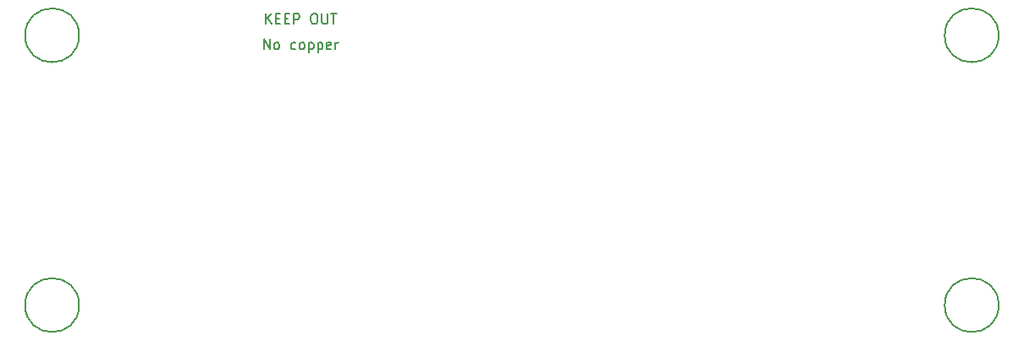
<source format=gbr>
%TF.GenerationSoftware,KiCad,Pcbnew,6.0.7-f9a2dced07~116~ubuntu22.04.1*%
%TF.CreationDate,2022-09-18T17:51:17+02:00*%
%TF.ProjectId,SmartHarz-Thermometer,536d6172-7448-4617-927a-2d546865726d,1b1*%
%TF.SameCoordinates,Original*%
%TF.FileFunction,Other,Comment*%
%FSLAX46Y46*%
G04 Gerber Fmt 4.6, Leading zero omitted, Abs format (unit mm)*
G04 Created by KiCad (PCBNEW 6.0.7-f9a2dced07~116~ubuntu22.04.1) date 2022-09-18 17:51:17*
%MOMM*%
%LPD*%
G01*
G04 APERTURE LIST*
%ADD10C,0.150000*%
G04 APERTURE END LIST*
D10*
%TO.C,U1*%
X25371809Y32047620D02*
X25371809Y33047620D01*
X25943238Y32047620D02*
X25514666Y32619048D01*
X25943238Y33047620D02*
X25371809Y32476191D01*
X26371809Y32571429D02*
X26705142Y32571429D01*
X26848000Y32047620D02*
X26371809Y32047620D01*
X26371809Y33047620D01*
X26848000Y33047620D01*
X27276571Y32571429D02*
X27609904Y32571429D01*
X27752761Y32047620D02*
X27276571Y32047620D01*
X27276571Y33047620D01*
X27752761Y33047620D01*
X28181333Y32047620D02*
X28181333Y33047620D01*
X28562285Y33047620D01*
X28657523Y33000000D01*
X28705142Y32952381D01*
X28752761Y32857143D01*
X28752761Y32714286D01*
X28705142Y32619048D01*
X28657523Y32571429D01*
X28562285Y32523810D01*
X28181333Y32523810D01*
X30133714Y33047620D02*
X30324190Y33047620D01*
X30419428Y33000000D01*
X30514666Y32904762D01*
X30562285Y32714286D01*
X30562285Y32380953D01*
X30514666Y32190477D01*
X30419428Y32095239D01*
X30324190Y32047620D01*
X30133714Y32047620D01*
X30038476Y32095239D01*
X29943238Y32190477D01*
X29895619Y32380953D01*
X29895619Y32714286D01*
X29943238Y32904762D01*
X30038476Y33000000D01*
X30133714Y33047620D01*
X30990857Y33047620D02*
X30990857Y32238096D01*
X31038476Y32142858D01*
X31086095Y32095239D01*
X31181333Y32047620D01*
X31371809Y32047620D01*
X31467047Y32095239D01*
X31514666Y32142858D01*
X31562285Y32238096D01*
X31562285Y33047620D01*
X31895619Y33047620D02*
X32467047Y33047620D01*
X32181333Y32047620D02*
X32181333Y33047620D01*
X25205142Y29507620D02*
X25205142Y30507620D01*
X25776571Y29507620D01*
X25776571Y30507620D01*
X26395619Y29507620D02*
X26300380Y29555239D01*
X26252761Y29602858D01*
X26205142Y29698096D01*
X26205142Y29983810D01*
X26252761Y30079048D01*
X26300380Y30126667D01*
X26395619Y30174286D01*
X26538476Y30174286D01*
X26633714Y30126667D01*
X26681333Y30079048D01*
X26728952Y29983810D01*
X26728952Y29698096D01*
X26681333Y29602858D01*
X26633714Y29555239D01*
X26538476Y29507620D01*
X26395619Y29507620D01*
X28347999Y29555239D02*
X28252761Y29507620D01*
X28062285Y29507620D01*
X27967047Y29555239D01*
X27919428Y29602858D01*
X27871809Y29698096D01*
X27871809Y29983810D01*
X27919428Y30079048D01*
X27967047Y30126667D01*
X28062285Y30174286D01*
X28252761Y30174286D01*
X28347999Y30126667D01*
X28919428Y29507620D02*
X28824190Y29555239D01*
X28776571Y29602858D01*
X28728952Y29698096D01*
X28728952Y29983810D01*
X28776571Y30079048D01*
X28824190Y30126667D01*
X28919428Y30174286D01*
X29062285Y30174286D01*
X29157523Y30126667D01*
X29205142Y30079048D01*
X29252761Y29983810D01*
X29252761Y29698096D01*
X29205142Y29602858D01*
X29157523Y29555239D01*
X29062285Y29507620D01*
X28919428Y29507620D01*
X29681333Y30174286D02*
X29681333Y29174286D01*
X29681333Y30126667D02*
X29776571Y30174286D01*
X29967047Y30174286D01*
X30062285Y30126667D01*
X30109904Y30079048D01*
X30157523Y29983810D01*
X30157523Y29698096D01*
X30109904Y29602858D01*
X30062285Y29555239D01*
X29967047Y29507620D01*
X29776571Y29507620D01*
X29681333Y29555239D01*
X30586095Y30174286D02*
X30586095Y29174286D01*
X30586095Y30126667D02*
X30681333Y30174286D01*
X30871809Y30174286D01*
X30967047Y30126667D01*
X31014666Y30079048D01*
X31062285Y29983810D01*
X31062285Y29698096D01*
X31014666Y29602858D01*
X30967047Y29555239D01*
X30871809Y29507620D01*
X30681333Y29507620D01*
X30586095Y29555239D01*
X31871809Y29555239D02*
X31776571Y29507620D01*
X31586095Y29507620D01*
X31490857Y29555239D01*
X31443238Y29650477D01*
X31443238Y30031429D01*
X31490857Y30126667D01*
X31586095Y30174286D01*
X31776571Y30174286D01*
X31871809Y30126667D01*
X31919428Y30031429D01*
X31919428Y29936191D01*
X31443238Y29840953D01*
X32348000Y29507620D02*
X32348000Y30174286D01*
X32348000Y29983810D02*
X32395619Y30079048D01*
X32443238Y30126667D01*
X32538476Y30174286D01*
X32633714Y30174286D01*
%TO.C,H3*%
X98700000Y30900000D02*
G75*
G03*
X98700000Y30900000I-2700000J0D01*
G01*
%TO.C,H1*%
X6700000Y30900000D02*
G75*
G03*
X6700000Y30900000I-2700000J0D01*
G01*
%TO.C,H4*%
X98700000Y3900000D02*
G75*
G03*
X98700000Y3900000I-2700000J0D01*
G01*
%TO.C,H2*%
X6700000Y3900000D02*
G75*
G03*
X6700000Y3900000I-2700000J0D01*
G01*
%TD*%
M02*

</source>
